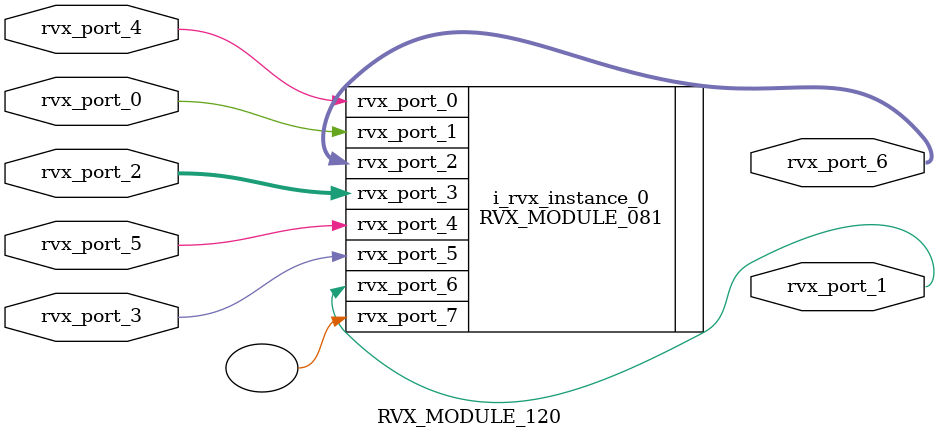
<source format=v>

`include "ervp_global.vh"




module RVX_MODULE_120
(
	rvx_port_5,
	rvx_port_0,
	rvx_port_3,
	rvx_port_2,
	rvx_port_1,
	rvx_port_6,
	rvx_port_4
);




parameter RVX_GPARA_1 = 4;
parameter RVX_GPARA_0 = RVX_GPARA_1+1;

input wire rvx_port_5, rvx_port_0;
input wire rvx_port_3;
input wire [RVX_GPARA_1-1:0] rvx_port_2;
output wire rvx_port_1;

output wire [RVX_GPARA_0-1:0] rvx_port_6;
input wire rvx_port_4;

RVX_MODULE_081
#(
	.RVX_GPARA_3(RVX_GPARA_1),
	.RVX_GPARA_2(RVX_GPARA_0),
	.RVX_GPARA_1(0)
)
i_rvx_instance_0
(
	.rvx_port_4(rvx_port_5),
	.rvx_port_1(rvx_port_0),
	.rvx_port_5(rvx_port_3),
	.rvx_port_3(rvx_port_2),
	.rvx_port_6(rvx_port_1),
	.rvx_port_7(),
	.rvx_port_2(rvx_port_6),
	.rvx_port_0(rvx_port_4)
);

endmodule


</source>
